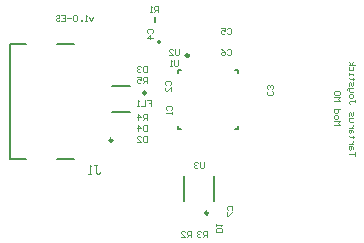
<source format=gbo>
G04*
G04 #@! TF.GenerationSoftware,Altium Limited,DefaultClient, ()*
G04*
G04 Layer_Color=32896*
%FSLAX44Y44*%
%MOMM*%
G71*
G04*
G04 #@! TF.SameCoordinates,17B1D168-C64C-4368-B74A-C04FDEF24575*
G04*
G04*
G04 #@! TF.FilePolarity,Positive*
G04*
G01*
G75*
%ADD10C,0.2000*%
%ADD13C,0.1000*%
%ADD14C,0.0800*%
%ADD79C,0.2500*%
%ADD80C,0.1500*%
%ADD81C,0.0830*%
D10*
X-149696Y-20500D02*
G03*
X-149696Y-20500I-1000J0D01*
G01*
X-190380Y-57580D02*
X-175380D01*
X-190380Y-79580D02*
X-175380D01*
X-129456Y-154850D02*
Y-133850D01*
X-104456Y-154850D02*
Y-133850D01*
X-134336Y-44420D02*
X-131836D01*
X-134336Y-46920D02*
Y-44420D01*
X-86836D02*
X-84336D01*
Y-46920D02*
Y-44420D01*
X-134336Y-94420D02*
X-131836D01*
X-134336D02*
Y-91920D01*
X-86836Y-94420D02*
X-84336D01*
Y-91920D01*
X-237580Y-119690D02*
X-222780D01*
X-277080D02*
X-263080D01*
X-277080D02*
Y-22390D01*
X-237580D02*
X-222780D01*
X-277080D02*
X-263080D01*
D13*
X-112530Y-165100D02*
G03*
X-112530Y-165100I-500J0D01*
G01*
X-206740Y522D02*
X-208406Y-2810D01*
X-210072Y522D01*
X-211738Y-2810D02*
X-213405D01*
X-212571D01*
Y2188D01*
X-211738Y1355D01*
X-215904Y-2810D02*
Y-1977D01*
X-216737D01*
Y-2810D01*
X-215904D01*
X-220069Y1355D02*
X-220902Y2188D01*
X-222568D01*
X-223401Y1355D01*
Y-1977D01*
X-222568Y-2810D01*
X-220902D01*
X-220069Y-1977D01*
Y1355D01*
X-225067Y-311D02*
X-228400D01*
X-233398Y2188D02*
X-230066D01*
Y-2810D01*
X-233398D01*
X-230066Y-311D02*
X-231732D01*
X-238396Y1355D02*
X-237563Y2188D01*
X-235897D01*
X-235064Y1355D01*
Y522D01*
X-235897Y-311D01*
X-237563D01*
X-238396Y-1144D01*
Y-1977D01*
X-237563Y-2810D01*
X-235897D01*
X-235064Y-1977D01*
X-2810Y-90440D02*
X2188D01*
X522Y-88774D01*
X2188Y-87108D01*
X-2810D01*
Y-84609D02*
Y-82942D01*
X-1977Y-82109D01*
X-311D01*
X522Y-82942D01*
Y-84609D01*
X-311Y-85442D01*
X-1977D01*
X-2810Y-84609D01*
X2188Y-77111D02*
X-2810D01*
Y-79610D01*
X-1977Y-80443D01*
X-311D01*
X522Y-79610D01*
Y-77111D01*
X-2810Y-70447D02*
X2188D01*
X522Y-68780D01*
X2188Y-67114D01*
X-2810D01*
X1355Y-65448D02*
X2188Y-64615D01*
Y-62949D01*
X1355Y-62116D01*
X-1977D01*
X-2810Y-62949D01*
Y-64615D01*
X-1977Y-65448D01*
X1355D01*
X15285Y-117110D02*
Y-113778D01*
Y-115444D01*
X10286D01*
X13618Y-111279D02*
Y-109613D01*
X12785Y-108779D01*
X10286D01*
Y-111279D01*
X11119Y-112112D01*
X11952Y-111279D01*
Y-108779D01*
X13618Y-107113D02*
X10286D01*
X11952D01*
X12785Y-106280D01*
X13618Y-105447D01*
Y-104614D01*
X14451Y-101282D02*
X13618D01*
Y-102115D01*
Y-100449D01*
Y-101282D01*
X11119D01*
X10286Y-100449D01*
X13618Y-97116D02*
Y-95450D01*
X12785Y-94617D01*
X10286D01*
Y-97116D01*
X11119Y-97950D01*
X11952Y-97116D01*
Y-94617D01*
X13618Y-92951D02*
X10286D01*
X11952D01*
X12785Y-92118D01*
X13618Y-91285D01*
Y-90452D01*
Y-87953D02*
X11119D01*
X10286Y-87120D01*
Y-84621D01*
X13618D01*
X10286Y-82955D02*
Y-80455D01*
X11119Y-79622D01*
X11952Y-80455D01*
Y-82121D01*
X12785Y-82955D01*
X13618Y-82121D01*
Y-79622D01*
X15285Y-69626D02*
Y-71292D01*
Y-70459D01*
X11119D01*
X10286Y-71292D01*
Y-72125D01*
X11119Y-72958D01*
X10286Y-67126D02*
Y-65460D01*
X11119Y-64627D01*
X12785D01*
X13618Y-65460D01*
Y-67126D01*
X12785Y-67959D01*
X11119D01*
X10286Y-67126D01*
X13618Y-62961D02*
X11119D01*
X10286Y-62128D01*
Y-59629D01*
X9453D01*
X8620Y-60462D01*
Y-61295D01*
X10286Y-59629D02*
X13618D01*
X10286Y-57963D02*
Y-55464D01*
X11119Y-54630D01*
X11952Y-55464D01*
Y-57130D01*
X12785Y-57963D01*
X13618Y-57130D01*
Y-54630D01*
X14451Y-52131D02*
X13618D01*
Y-52964D01*
Y-51298D01*
Y-52131D01*
X11119D01*
X10286Y-51298D01*
Y-48799D02*
Y-47133D01*
Y-47966D01*
X13618D01*
Y-48799D01*
Y-41301D02*
Y-43801D01*
X12785Y-44634D01*
X11119D01*
X10286Y-43801D01*
Y-41301D01*
Y-39635D02*
X15285D01*
X11952D02*
X13618Y-37136D01*
X11952Y-39635D02*
X10286Y-37136D01*
X-205660Y-124441D02*
X-203161D01*
X-204410D01*
Y-130689D01*
X-203161Y-131939D01*
X-201911D01*
X-200662Y-130689D01*
X-208159Y-131939D02*
X-210658D01*
X-209409D01*
Y-124441D01*
X-208159Y-125691D01*
D14*
X-160835Y-90501D02*
Y-95499D01*
X-163334D01*
X-164167Y-94666D01*
Y-91334D01*
X-163334Y-90501D01*
X-160835D01*
X-168332Y-95499D02*
Y-90501D01*
X-165833Y-93000D01*
X-169165D01*
X-161331Y-69891D02*
X-157999D01*
Y-72390D01*
X-159665D01*
X-157999D01*
Y-74889D01*
X-162997Y-69891D02*
Y-74889D01*
X-166329D01*
X-167995D02*
X-169661D01*
X-168828D01*
Y-69891D01*
X-167995Y-70724D01*
X-160835Y-40501D02*
Y-45499D01*
X-163334D01*
X-164167Y-44666D01*
Y-41334D01*
X-163334Y-40501D01*
X-160835D01*
X-165833Y-41334D02*
X-166666Y-40501D01*
X-168332D01*
X-169165Y-41334D01*
Y-42167D01*
X-168332Y-43000D01*
X-167499D01*
X-168332D01*
X-169165Y-43833D01*
Y-44666D01*
X-168332Y-45499D01*
X-166666D01*
X-165833Y-44666D01*
X-160835Y-100501D02*
Y-105499D01*
X-163334D01*
X-164167Y-104666D01*
Y-101334D01*
X-163334Y-100501D01*
X-160835D01*
X-169165Y-105499D02*
X-165833D01*
X-169165Y-102167D01*
Y-101334D01*
X-168332Y-100501D01*
X-166666D01*
X-165833Y-101334D01*
X-97831Y-181132D02*
X-102829D01*
Y-178633D01*
X-101996Y-177800D01*
X-98664D01*
X-97831Y-178633D01*
Y-181132D01*
X-102829Y-176134D02*
Y-174468D01*
Y-175301D01*
X-97831D01*
X-98664Y-176134D01*
X-55404Y-61713D02*
X-54571Y-62546D01*
Y-64212D01*
X-55404Y-65045D01*
X-58736D01*
X-59569Y-64212D01*
Y-62546D01*
X-58736Y-61713D01*
X-55404Y-60047D02*
X-54571Y-59214D01*
Y-57548D01*
X-55404Y-56715D01*
X-56237D01*
X-57070Y-57548D01*
Y-58381D01*
Y-57548D01*
X-57903Y-56715D01*
X-58736D01*
X-59569Y-57548D01*
Y-59214D01*
X-58736Y-60047D01*
X-144866Y-57147D02*
X-145699Y-56314D01*
Y-54648D01*
X-144866Y-53815D01*
X-141534D01*
X-140701Y-54648D01*
Y-56314D01*
X-141534Y-57147D01*
X-140701Y-62145D02*
Y-58813D01*
X-144033Y-62145D01*
X-144866D01*
X-145699Y-61312D01*
Y-59646D01*
X-144866Y-58813D01*
X-112595Y-121881D02*
Y-126046D01*
X-113428Y-126879D01*
X-115094D01*
X-115927Y-126046D01*
Y-121881D01*
X-117593Y-122714D02*
X-118426Y-121881D01*
X-120092D01*
X-120925Y-122714D01*
Y-123547D01*
X-120092Y-124380D01*
X-119259D01*
X-120092D01*
X-120925Y-125213D01*
Y-126046D01*
X-120092Y-126879D01*
X-118426D01*
X-117593Y-126046D01*
X-134185Y-26631D02*
Y-30796D01*
X-135018Y-31629D01*
X-136684D01*
X-137517Y-30796D01*
Y-26631D01*
X-142515Y-31629D02*
X-139183D01*
X-142515Y-28297D01*
Y-27464D01*
X-141682Y-26631D01*
X-140016D01*
X-139183Y-27464D01*
X-135098Y-35601D02*
Y-39766D01*
X-135931Y-40599D01*
X-137597D01*
X-138430Y-39766D01*
Y-35601D01*
X-140096Y-40599D02*
X-141762D01*
X-140929D01*
Y-35601D01*
X-140096Y-36434D01*
X-160835Y-55499D02*
Y-50501D01*
X-163334D01*
X-164167Y-51334D01*
Y-53000D01*
X-163334Y-53833D01*
X-160835D01*
X-162501D02*
X-164167Y-55499D01*
X-169165Y-50501D02*
X-165833D01*
Y-53000D01*
X-167499Y-52167D01*
X-168332D01*
X-169165Y-53000D01*
Y-54666D01*
X-168332Y-55499D01*
X-166666D01*
X-165833Y-54666D01*
X-160835Y-86499D02*
Y-81501D01*
X-163334D01*
X-164167Y-82334D01*
Y-84000D01*
X-163334Y-84833D01*
X-160835D01*
X-162501D02*
X-164167Y-86499D01*
X-168332D02*
Y-81501D01*
X-165833Y-84000D01*
X-169165D01*
X-110135Y-185379D02*
Y-180381D01*
X-112634D01*
X-113467Y-181214D01*
Y-182880D01*
X-112634Y-183713D01*
X-110135D01*
X-111801D02*
X-113467Y-185379D01*
X-115133Y-181214D02*
X-115966Y-180381D01*
X-117632D01*
X-118465Y-181214D01*
Y-182047D01*
X-117632Y-182880D01*
X-116799D01*
X-117632D01*
X-118465Y-183713D01*
Y-184546D01*
X-117632Y-185379D01*
X-115966D01*
X-115133Y-184546D01*
X-124105Y-185379D02*
Y-180381D01*
X-126604D01*
X-127437Y-181214D01*
Y-182880D01*
X-126604Y-183713D01*
X-124105D01*
X-125771D02*
X-127437Y-185379D01*
X-132435D02*
X-129103D01*
X-132435Y-182047D01*
Y-181214D01*
X-131602Y-180381D01*
X-129936D01*
X-129103Y-181214D01*
X-151528Y5201D02*
Y10199D01*
X-154027D01*
X-154860Y9366D01*
Y7700D01*
X-154027Y6867D01*
X-151528D01*
X-153194D02*
X-154860Y5201D01*
X-156526D02*
X-158192D01*
X-157359D01*
Y10199D01*
X-156526Y9366D01*
X-92757Y-162801D02*
X-93590Y-161968D01*
Y-160302D01*
X-92757Y-159469D01*
X-89424D01*
X-88591Y-160302D01*
Y-161968D01*
X-89424Y-162801D01*
X-93590Y-164468D02*
Y-167800D01*
X-92757D01*
X-89424Y-164468D01*
X-88591D01*
X-93067Y-9684D02*
X-92234Y-8851D01*
X-90568D01*
X-89735Y-9684D01*
Y-13016D01*
X-90568Y-13849D01*
X-92234D01*
X-93067Y-13016D01*
X-98065Y-8851D02*
X-94733D01*
Y-11350D01*
X-96399Y-10517D01*
X-97232D01*
X-98065Y-11350D01*
Y-13016D01*
X-97232Y-13849D01*
X-95566D01*
X-94733Y-13016D01*
X-160336Y-13057D02*
X-161169Y-12224D01*
Y-10558D01*
X-160336Y-9725D01*
X-157004D01*
X-156171Y-10558D01*
Y-12224D01*
X-157004Y-13057D01*
X-156171Y-17222D02*
X-161169D01*
X-158670Y-14723D01*
Y-18055D01*
X-144216Y-77910D02*
X-145049Y-77077D01*
Y-75411D01*
X-144216Y-74578D01*
X-140884D01*
X-140051Y-75411D01*
Y-77077D01*
X-140884Y-77910D01*
X-140051Y-79576D02*
Y-81242D01*
Y-80409D01*
X-145049D01*
X-144216Y-79576D01*
D79*
X-161768Y-63580D02*
G03*
X-161768Y-63580I-1250J0D01*
G01*
X-109206Y-165371D02*
G03*
X-109206Y-165371I-1250J0D01*
G01*
X-125586Y-32067D02*
G03*
X-125586Y-32067I-1250J0D01*
G01*
X-190280Y-103690D02*
G03*
X-190280Y-103690I-1250J0D01*
G01*
D80*
X-154420Y-3500D02*
Y500D01*
D81*
X-93067Y-27464D02*
X-92234Y-26631D01*
X-90568D01*
X-89735Y-27464D01*
Y-30796D01*
X-90568Y-31629D01*
X-92234D01*
X-93067Y-30796D01*
X-98065Y-26631D02*
X-96399Y-27464D01*
X-94733Y-29130D01*
Y-30796D01*
X-95566Y-31629D01*
X-97232D01*
X-98065Y-30796D01*
Y-29963D01*
X-97232Y-29130D01*
X-94733D01*
M02*

</source>
